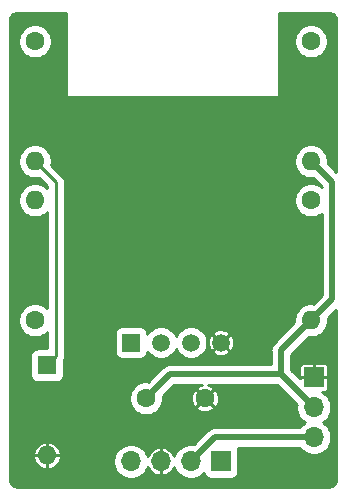
<source format=gbr>
%TF.GenerationSoftware,KiCad,Pcbnew,(5.1.7)-1*%
%TF.CreationDate,2020-10-29T12:11:27+01:00*%
%TF.ProjectId,wifi_temp_sensor,77696669-5f74-4656-9d70-5f73656e736f,rev?*%
%TF.SameCoordinates,Original*%
%TF.FileFunction,Copper,L1,Top*%
%TF.FilePolarity,Positive*%
%FSLAX46Y46*%
G04 Gerber Fmt 4.6, Leading zero omitted, Abs format (unit mm)*
G04 Created by KiCad (PCBNEW (5.1.7)-1) date 2020-10-29 12:11:27*
%MOMM*%
%LPD*%
G01*
G04 APERTURE LIST*
%TA.AperFunction,ComponentPad*%
%ADD10C,1.500000*%
%TD*%
%TA.AperFunction,ComponentPad*%
%ADD11R,1.500000X1.500000*%
%TD*%
%TA.AperFunction,ComponentPad*%
%ADD12C,1.600000*%
%TD*%
%TA.AperFunction,ComponentPad*%
%ADD13O,1.700000X1.700000*%
%TD*%
%TA.AperFunction,ComponentPad*%
%ADD14R,1.700000X1.700000*%
%TD*%
%TA.AperFunction,ComponentPad*%
%ADD15O,1.600000X1.600000*%
%TD*%
%TA.AperFunction,ComponentPad*%
%ADD16R,1.600000X1.600000*%
%TD*%
%TA.AperFunction,Conductor*%
%ADD17C,0.250000*%
%TD*%
%TA.AperFunction,Conductor*%
%ADD18C,0.500000*%
%TD*%
%TA.AperFunction,Conductor*%
%ADD19C,0.100000*%
%TD*%
G04 APERTURE END LIST*
D10*
%TO.P,SENS1,4*%
%TO.N,GND*%
X154696000Y-87222000D03*
%TO.P,SENS1,3*%
%TO.N,Net-(SENS1-Pad3)*%
X152156000Y-87222000D03*
%TO.P,SENS1,2*%
%TO.N,Net-(SENS1-Pad2)*%
X149616000Y-87222000D03*
D11*
%TO.P,SENS1,1*%
%TO.N,VCC*%
X147076000Y-87222000D03*
%TD*%
D12*
%TO.P,C1,2*%
%TO.N,GND*%
X153336000Y-91948000D03*
%TO.P,C1,1*%
%TO.N,+3V3*%
X148336000Y-91948000D03*
%TD*%
D13*
%TO.P,J1,4*%
%TO.N,TX*%
X147066000Y-97282000D03*
%TO.P,J1,3*%
%TO.N,GND*%
X149606000Y-97282000D03*
%TO.P,J1,2*%
%TO.N,VCC*%
X152146000Y-97282000D03*
D14*
%TO.P,J1,1*%
%TO.N,RX*%
X154686000Y-97282000D03*
%TD*%
D13*
%TO.P,U2,3*%
%TO.N,VCC*%
X162560000Y-95250000D03*
%TO.P,U2,2*%
%TO.N,+3V3*%
X162560000Y-92710000D03*
D14*
%TO.P,U2,1*%
%TO.N,GND*%
X162560000Y-90170000D03*
%TD*%
D15*
%TO.P,R4,2*%
%TO.N,Net-(R4-Pad2)*%
X138938000Y-75184000D03*
D12*
%TO.P,R4,1*%
%TO.N,+3V3*%
X138938000Y-85344000D03*
%TD*%
D15*
%TO.P,R3,2*%
%TO.N,Net-(BOOT1-Pad1)*%
X138938000Y-71882000D03*
D12*
%TO.P,R3,1*%
%TO.N,+3V3*%
X138938000Y-61722000D03*
%TD*%
D15*
%TO.P,R2,2*%
%TO.N,+3V3*%
X162306000Y-71882000D03*
D12*
%TO.P,R2,1*%
%TO.N,Net-(R2-Pad1)*%
X162306000Y-61722000D03*
%TD*%
D15*
%TO.P,R1,2*%
%TO.N,+3V3*%
X162306000Y-85344000D03*
D12*
%TO.P,R1,1*%
%TO.N,RST*%
X162306000Y-75184000D03*
%TD*%
D15*
%TO.P,BOOT,2*%
%TO.N,GND*%
X139954000Y-96774000D03*
D16*
%TO.P,BOOT,1*%
%TO.N,Net-(BOOT1-Pad1)*%
X139954000Y-89154000D03*
%TD*%
D17*
%TO.N,Net-(BOOT1-Pad1)*%
X139954000Y-89154000D02*
X140716000Y-88392000D01*
X140716000Y-73660000D02*
X138938000Y-71882000D01*
X140716000Y-88392000D02*
X140716000Y-73660000D01*
D18*
%TO.N,+3V3*%
X162306000Y-85344000D02*
X164084000Y-83566000D01*
X164084000Y-73660000D02*
X162306000Y-71882000D01*
X164084000Y-83566000D02*
X164084000Y-73660000D01*
X148336000Y-91948000D02*
X150368000Y-89916000D01*
X159766000Y-89916000D02*
X162560000Y-92710000D01*
X150368000Y-89916000D02*
X159766000Y-89916000D01*
X159766000Y-87884000D02*
X162306000Y-85344000D01*
X159766000Y-89916000D02*
X159766000Y-87884000D01*
%TO.N,VCC*%
X154178000Y-95250000D02*
X152146000Y-97282000D01*
X162560000Y-95250000D02*
X154178000Y-95250000D01*
%TD*%
D17*
%TO.N,GND*%
X141607000Y-66294000D02*
X141609402Y-66318386D01*
X141616515Y-66341835D01*
X141628066Y-66363446D01*
X141643612Y-66382388D01*
X141662554Y-66397934D01*
X141684165Y-66409485D01*
X141707614Y-66416598D01*
X141732000Y-66419000D01*
X159512000Y-66419000D01*
X159536386Y-66416598D01*
X159559835Y-66409485D01*
X159581446Y-66397934D01*
X159600388Y-66382388D01*
X159615934Y-66363446D01*
X159627485Y-66341835D01*
X159634598Y-66318386D01*
X159637000Y-66294000D01*
X159637000Y-61580862D01*
X160873000Y-61580862D01*
X160873000Y-61863138D01*
X160928069Y-62139991D01*
X161036092Y-62400780D01*
X161192916Y-62635484D01*
X161392516Y-62835084D01*
X161627220Y-62991908D01*
X161888009Y-63099931D01*
X162164862Y-63155000D01*
X162447138Y-63155000D01*
X162723991Y-63099931D01*
X162984780Y-62991908D01*
X163219484Y-62835084D01*
X163419084Y-62635484D01*
X163575908Y-62400780D01*
X163683931Y-62139991D01*
X163739000Y-61863138D01*
X163739000Y-61580862D01*
X163683931Y-61304009D01*
X163575908Y-61043220D01*
X163419084Y-60808516D01*
X163219484Y-60608916D01*
X162984780Y-60452092D01*
X162723991Y-60344069D01*
X162447138Y-60289000D01*
X162164862Y-60289000D01*
X161888009Y-60344069D01*
X161627220Y-60452092D01*
X161392516Y-60608916D01*
X161192916Y-60808516D01*
X161036092Y-61043220D01*
X160928069Y-61304009D01*
X160873000Y-61580862D01*
X159637000Y-61580862D01*
X159637000Y-59332000D01*
X163797814Y-59332000D01*
X163948260Y-59346751D01*
X164062013Y-59381096D01*
X164166932Y-59436882D01*
X164259012Y-59511981D01*
X164334756Y-59603540D01*
X164391271Y-59708062D01*
X164426409Y-59821574D01*
X164442000Y-59969917D01*
X164442000Y-72769250D01*
X163731847Y-72059098D01*
X163739000Y-72023138D01*
X163739000Y-71740862D01*
X163683931Y-71464009D01*
X163575908Y-71203220D01*
X163419084Y-70968516D01*
X163219484Y-70768916D01*
X162984780Y-70612092D01*
X162723991Y-70504069D01*
X162447138Y-70449000D01*
X162164862Y-70449000D01*
X161888009Y-70504069D01*
X161627220Y-70612092D01*
X161392516Y-70768916D01*
X161192916Y-70968516D01*
X161036092Y-71203220D01*
X160928069Y-71464009D01*
X160873000Y-71740862D01*
X160873000Y-72023138D01*
X160928069Y-72299991D01*
X161036092Y-72560780D01*
X161192916Y-72795484D01*
X161392516Y-72995084D01*
X161627220Y-73151908D01*
X161888009Y-73259931D01*
X162164862Y-73315000D01*
X162447138Y-73315000D01*
X162483098Y-73307847D01*
X163201001Y-74025751D01*
X163201001Y-74058566D01*
X162984780Y-73914092D01*
X162723991Y-73806069D01*
X162447138Y-73751000D01*
X162164862Y-73751000D01*
X161888009Y-73806069D01*
X161627220Y-73914092D01*
X161392516Y-74070916D01*
X161192916Y-74270516D01*
X161036092Y-74505220D01*
X160928069Y-74766009D01*
X160873000Y-75042862D01*
X160873000Y-75325138D01*
X160928069Y-75601991D01*
X161036092Y-75862780D01*
X161192916Y-76097484D01*
X161392516Y-76297084D01*
X161627220Y-76453908D01*
X161888009Y-76561931D01*
X162164862Y-76617000D01*
X162447138Y-76617000D01*
X162723991Y-76561931D01*
X162984780Y-76453908D01*
X163201001Y-76309434D01*
X163201000Y-83200250D01*
X162483098Y-83918153D01*
X162447138Y-83911000D01*
X162164862Y-83911000D01*
X161888009Y-83966069D01*
X161627220Y-84074092D01*
X161392516Y-84230916D01*
X161192916Y-84430516D01*
X161036092Y-84665220D01*
X160928069Y-84926009D01*
X160873000Y-85202862D01*
X160873000Y-85485138D01*
X160880153Y-85521097D01*
X159172299Y-87228952D01*
X159138605Y-87256604D01*
X159028261Y-87391058D01*
X158946269Y-87544456D01*
X158895777Y-87710902D01*
X158878729Y-87884000D01*
X158883001Y-87927376D01*
X158883000Y-89033000D01*
X150411366Y-89033000D01*
X150368000Y-89028729D01*
X150324634Y-89033000D01*
X150324627Y-89033000D01*
X150211391Y-89044153D01*
X150194901Y-89045777D01*
X150144410Y-89061094D01*
X150028456Y-89096268D01*
X149875058Y-89178260D01*
X149740604Y-89288604D01*
X149712952Y-89322299D01*
X148513098Y-90522153D01*
X148477138Y-90515000D01*
X148194862Y-90515000D01*
X147918009Y-90570069D01*
X147657220Y-90678092D01*
X147422516Y-90834916D01*
X147222916Y-91034516D01*
X147066092Y-91269220D01*
X146958069Y-91530009D01*
X146903000Y-91806862D01*
X146903000Y-92089138D01*
X146958069Y-92365991D01*
X147066092Y-92626780D01*
X147222916Y-92861484D01*
X147422516Y-93061084D01*
X147657220Y-93217908D01*
X147918009Y-93325931D01*
X148194862Y-93381000D01*
X148477138Y-93381000D01*
X148753991Y-93325931D01*
X149014780Y-93217908D01*
X149249484Y-93061084D01*
X149449084Y-92861484D01*
X149543535Y-92720127D01*
X152566701Y-92720127D01*
X152641268Y-92907620D01*
X152841829Y-93024716D01*
X153061381Y-93100436D01*
X153291487Y-93131867D01*
X153523303Y-93117804D01*
X153747921Y-93058786D01*
X153956709Y-92957080D01*
X154030732Y-92907620D01*
X154105299Y-92720127D01*
X153336000Y-91950828D01*
X152566701Y-92720127D01*
X149543535Y-92720127D01*
X149605908Y-92626780D01*
X149713931Y-92365991D01*
X149769000Y-92089138D01*
X149769000Y-91903487D01*
X152152133Y-91903487D01*
X152166196Y-92135303D01*
X152225214Y-92359921D01*
X152326920Y-92568709D01*
X152376380Y-92642732D01*
X152563873Y-92717299D01*
X153333172Y-91948000D01*
X153338828Y-91948000D01*
X154108127Y-92717299D01*
X154295620Y-92642732D01*
X154412716Y-92442171D01*
X154488436Y-92222619D01*
X154519867Y-91992513D01*
X154505804Y-91760697D01*
X154446786Y-91536079D01*
X154345080Y-91327291D01*
X154295620Y-91253268D01*
X154108127Y-91178701D01*
X153338828Y-91948000D01*
X153333172Y-91948000D01*
X152563873Y-91178701D01*
X152376380Y-91253268D01*
X152259284Y-91453829D01*
X152183564Y-91673381D01*
X152152133Y-91903487D01*
X149769000Y-91903487D01*
X149769000Y-91806862D01*
X149761847Y-91770902D01*
X150733750Y-90799000D01*
X153069519Y-90799000D01*
X152924079Y-90837214D01*
X152715291Y-90938920D01*
X152641268Y-90988380D01*
X152566701Y-91175873D01*
X153336000Y-91945172D01*
X154105299Y-91175873D01*
X154030732Y-90988380D01*
X153830171Y-90871284D01*
X153620582Y-90799000D01*
X159400251Y-90799000D01*
X161091631Y-92490381D01*
X161077000Y-92563937D01*
X161077000Y-92856063D01*
X161133990Y-93142575D01*
X161245782Y-93412464D01*
X161408078Y-93655358D01*
X161614642Y-93861922D01*
X161791359Y-93980000D01*
X161614642Y-94098078D01*
X161408078Y-94304642D01*
X161366412Y-94367000D01*
X154221366Y-94367000D01*
X154178000Y-94362729D01*
X154134634Y-94367000D01*
X154134627Y-94367000D01*
X154021391Y-94378153D01*
X154004901Y-94379777D01*
X153954410Y-94395094D01*
X153838456Y-94430268D01*
X153685058Y-94512260D01*
X153550604Y-94622604D01*
X153522952Y-94656299D01*
X152365619Y-95813631D01*
X152292063Y-95799000D01*
X151999937Y-95799000D01*
X151713425Y-95855990D01*
X151443536Y-95967782D01*
X151200642Y-96130078D01*
X150994078Y-96336642D01*
X150831782Y-96579536D01*
X150736426Y-96809746D01*
X150652848Y-96638145D01*
X150507123Y-96446287D01*
X150326769Y-96286545D01*
X150118716Y-96165057D01*
X149890960Y-96086493D01*
X149800233Y-96068446D01*
X149608000Y-96147752D01*
X149608000Y-97280000D01*
X149628000Y-97280000D01*
X149628000Y-97284000D01*
X149608000Y-97284000D01*
X149608000Y-98416248D01*
X149800233Y-98495554D01*
X149890960Y-98477507D01*
X150118716Y-98398943D01*
X150326769Y-98277455D01*
X150507123Y-98117713D01*
X150652848Y-97925855D01*
X150736426Y-97754254D01*
X150831782Y-97984464D01*
X150994078Y-98227358D01*
X151200642Y-98433922D01*
X151443536Y-98596218D01*
X151713425Y-98708010D01*
X151999937Y-98765000D01*
X152292063Y-98765000D01*
X152578575Y-98708010D01*
X152848464Y-98596218D01*
X153091358Y-98433922D01*
X153225433Y-98299847D01*
X153248355Y-98375410D01*
X153307134Y-98485377D01*
X153386236Y-98581764D01*
X153482623Y-98660866D01*
X153592590Y-98719645D01*
X153711910Y-98755840D01*
X153836000Y-98768062D01*
X155536000Y-98768062D01*
X155660090Y-98755840D01*
X155779410Y-98719645D01*
X155889377Y-98660866D01*
X155985764Y-98581764D01*
X156064866Y-98485377D01*
X156123645Y-98375410D01*
X156159840Y-98256090D01*
X156172062Y-98132000D01*
X156172062Y-96432000D01*
X156159840Y-96307910D01*
X156123645Y-96188590D01*
X156093931Y-96133000D01*
X161366412Y-96133000D01*
X161408078Y-96195358D01*
X161614642Y-96401922D01*
X161857536Y-96564218D01*
X162127425Y-96676010D01*
X162413937Y-96733000D01*
X162706063Y-96733000D01*
X162992575Y-96676010D01*
X163262464Y-96564218D01*
X163505358Y-96401922D01*
X163711922Y-96195358D01*
X163874218Y-95952464D01*
X163986010Y-95682575D01*
X164043000Y-95396063D01*
X164043000Y-95103937D01*
X163986010Y-94817425D01*
X163874218Y-94547536D01*
X163711922Y-94304642D01*
X163505358Y-94098078D01*
X163328641Y-93980000D01*
X163505358Y-93861922D01*
X163711922Y-93655358D01*
X163874218Y-93412464D01*
X163986010Y-93142575D01*
X164043000Y-92856063D01*
X164043000Y-92563937D01*
X163986010Y-92277425D01*
X163874218Y-92007536D01*
X163711922Y-91764642D01*
X163505358Y-91558078D01*
X163269513Y-91400492D01*
X163410000Y-91400834D01*
X163484297Y-91393516D01*
X163555739Y-91371845D01*
X163621580Y-91336652D01*
X163679290Y-91289290D01*
X163726652Y-91231580D01*
X163761845Y-91165739D01*
X163783516Y-91094297D01*
X163790834Y-91020000D01*
X163789000Y-90266750D01*
X163694250Y-90172000D01*
X162562000Y-90172000D01*
X162562000Y-90192000D01*
X162558000Y-90192000D01*
X162558000Y-90172000D01*
X161425750Y-90172000D01*
X161348250Y-90249500D01*
X160649000Y-89550251D01*
X160649000Y-89320000D01*
X161329166Y-89320000D01*
X161331000Y-90073250D01*
X161425750Y-90168000D01*
X162558000Y-90168000D01*
X162558000Y-89035750D01*
X162562000Y-89035750D01*
X162562000Y-90168000D01*
X163694250Y-90168000D01*
X163789000Y-90073250D01*
X163790834Y-89320000D01*
X163783516Y-89245703D01*
X163761845Y-89174261D01*
X163726652Y-89108420D01*
X163679290Y-89050710D01*
X163621580Y-89003348D01*
X163555739Y-88968155D01*
X163484297Y-88946484D01*
X163410000Y-88939166D01*
X162656750Y-88941000D01*
X162562000Y-89035750D01*
X162558000Y-89035750D01*
X162463250Y-88941000D01*
X161710000Y-88939166D01*
X161635703Y-88946484D01*
X161564261Y-88968155D01*
X161498420Y-89003348D01*
X161440710Y-89050710D01*
X161393348Y-89108420D01*
X161358155Y-89174261D01*
X161336484Y-89245703D01*
X161329166Y-89320000D01*
X160649000Y-89320000D01*
X160649000Y-88249749D01*
X162128903Y-86769847D01*
X162164862Y-86777000D01*
X162447138Y-86777000D01*
X162723991Y-86721931D01*
X162984780Y-86613908D01*
X163219484Y-86457084D01*
X163419084Y-86257484D01*
X163575908Y-86022780D01*
X163683931Y-85761991D01*
X163739000Y-85485138D01*
X163739000Y-85202862D01*
X163731847Y-85166902D01*
X164442001Y-84456749D01*
X164442001Y-98773804D01*
X164427249Y-98924259D01*
X164392904Y-99038014D01*
X164337120Y-99142929D01*
X164262020Y-99235011D01*
X164170460Y-99310756D01*
X164065938Y-99367271D01*
X163952426Y-99402409D01*
X163804083Y-99418000D01*
X137446186Y-99418000D01*
X137295741Y-99403249D01*
X137181986Y-99368904D01*
X137077071Y-99313120D01*
X136984989Y-99238020D01*
X136909244Y-99146460D01*
X136852729Y-99041938D01*
X136817591Y-98928426D01*
X136802000Y-98780083D01*
X136802000Y-96960411D01*
X138789830Y-96960411D01*
X138848566Y-97183947D01*
X138949783Y-97391729D01*
X139089592Y-97575773D01*
X139262620Y-97729005D01*
X139462217Y-97845536D01*
X139680713Y-97920889D01*
X139767589Y-97938170D01*
X139952000Y-97858248D01*
X139952000Y-96776000D01*
X139956000Y-96776000D01*
X139956000Y-97858248D01*
X140140411Y-97938170D01*
X140227287Y-97920889D01*
X140445783Y-97845536D01*
X140645380Y-97729005D01*
X140818408Y-97575773D01*
X140958217Y-97391729D01*
X141059434Y-97183947D01*
X141072049Y-97135937D01*
X145583000Y-97135937D01*
X145583000Y-97428063D01*
X145639990Y-97714575D01*
X145751782Y-97984464D01*
X145914078Y-98227358D01*
X146120642Y-98433922D01*
X146363536Y-98596218D01*
X146633425Y-98708010D01*
X146919937Y-98765000D01*
X147212063Y-98765000D01*
X147498575Y-98708010D01*
X147768464Y-98596218D01*
X148011358Y-98433922D01*
X148217922Y-98227358D01*
X148380218Y-97984464D01*
X148475574Y-97754254D01*
X148559152Y-97925855D01*
X148704877Y-98117713D01*
X148885231Y-98277455D01*
X149093284Y-98398943D01*
X149321040Y-98477507D01*
X149411767Y-98495554D01*
X149604000Y-98416248D01*
X149604000Y-97284000D01*
X149584000Y-97284000D01*
X149584000Y-97280000D01*
X149604000Y-97280000D01*
X149604000Y-96147752D01*
X149411767Y-96068446D01*
X149321040Y-96086493D01*
X149093284Y-96165057D01*
X148885231Y-96286545D01*
X148704877Y-96446287D01*
X148559152Y-96638145D01*
X148475574Y-96809746D01*
X148380218Y-96579536D01*
X148217922Y-96336642D01*
X148011358Y-96130078D01*
X147768464Y-95967782D01*
X147498575Y-95855990D01*
X147212063Y-95799000D01*
X146919937Y-95799000D01*
X146633425Y-95855990D01*
X146363536Y-95967782D01*
X146120642Y-96130078D01*
X145914078Y-96336642D01*
X145751782Y-96579536D01*
X145639990Y-96849425D01*
X145583000Y-97135937D01*
X141072049Y-97135937D01*
X141118170Y-96960411D01*
X141038248Y-96776000D01*
X139956000Y-96776000D01*
X139952000Y-96776000D01*
X138869752Y-96776000D01*
X138789830Y-96960411D01*
X136802000Y-96960411D01*
X136802000Y-96587589D01*
X138789830Y-96587589D01*
X138869752Y-96772000D01*
X139952000Y-96772000D01*
X139952000Y-95689752D01*
X139956000Y-95689752D01*
X139956000Y-96772000D01*
X141038248Y-96772000D01*
X141118170Y-96587589D01*
X141059434Y-96364053D01*
X140958217Y-96156271D01*
X140818408Y-95972227D01*
X140645380Y-95818995D01*
X140445783Y-95702464D01*
X140227287Y-95627111D01*
X140140411Y-95609830D01*
X139956000Y-95689752D01*
X139952000Y-95689752D01*
X139767589Y-95609830D01*
X139680713Y-95627111D01*
X139462217Y-95702464D01*
X139262620Y-95818995D01*
X139089592Y-95972227D01*
X138949783Y-96156271D01*
X138848566Y-96364053D01*
X138789830Y-96587589D01*
X136802000Y-96587589D01*
X136802000Y-71740862D01*
X137505000Y-71740862D01*
X137505000Y-72023138D01*
X137560069Y-72299991D01*
X137668092Y-72560780D01*
X137824916Y-72795484D01*
X138024516Y-72995084D01*
X138259220Y-73151908D01*
X138520009Y-73259931D01*
X138796862Y-73315000D01*
X139079138Y-73315000D01*
X139262545Y-73278518D01*
X139958001Y-73973975D01*
X139958001Y-74177433D01*
X139851484Y-74070916D01*
X139616780Y-73914092D01*
X139355991Y-73806069D01*
X139079138Y-73751000D01*
X138796862Y-73751000D01*
X138520009Y-73806069D01*
X138259220Y-73914092D01*
X138024516Y-74070916D01*
X137824916Y-74270516D01*
X137668092Y-74505220D01*
X137560069Y-74766009D01*
X137505000Y-75042862D01*
X137505000Y-75325138D01*
X137560069Y-75601991D01*
X137668092Y-75862780D01*
X137824916Y-76097484D01*
X138024516Y-76297084D01*
X138259220Y-76453908D01*
X138520009Y-76561931D01*
X138796862Y-76617000D01*
X139079138Y-76617000D01*
X139355991Y-76561931D01*
X139616780Y-76453908D01*
X139851484Y-76297084D01*
X139958001Y-76190567D01*
X139958000Y-84337432D01*
X139851484Y-84230916D01*
X139616780Y-84074092D01*
X139355991Y-83966069D01*
X139079138Y-83911000D01*
X138796862Y-83911000D01*
X138520009Y-83966069D01*
X138259220Y-84074092D01*
X138024516Y-84230916D01*
X137824916Y-84430516D01*
X137668092Y-84665220D01*
X137560069Y-84926009D01*
X137505000Y-85202862D01*
X137505000Y-85485138D01*
X137560069Y-85761991D01*
X137668092Y-86022780D01*
X137824916Y-86257484D01*
X138024516Y-86457084D01*
X138259220Y-86613908D01*
X138520009Y-86721931D01*
X138796862Y-86777000D01*
X139079138Y-86777000D01*
X139355991Y-86721931D01*
X139616780Y-86613908D01*
X139851484Y-86457084D01*
X139958000Y-86350568D01*
X139958000Y-87717938D01*
X139154000Y-87717938D01*
X139029910Y-87730160D01*
X138910590Y-87766355D01*
X138800623Y-87825134D01*
X138704236Y-87904236D01*
X138625134Y-88000623D01*
X138566355Y-88110590D01*
X138530160Y-88229910D01*
X138517938Y-88354000D01*
X138517938Y-89954000D01*
X138530160Y-90078090D01*
X138566355Y-90197410D01*
X138625134Y-90307377D01*
X138704236Y-90403764D01*
X138800623Y-90482866D01*
X138910590Y-90541645D01*
X139029910Y-90577840D01*
X139154000Y-90590062D01*
X140754000Y-90590062D01*
X140878090Y-90577840D01*
X140997410Y-90541645D01*
X141107377Y-90482866D01*
X141203764Y-90403764D01*
X141282866Y-90307377D01*
X141341645Y-90197410D01*
X141377840Y-90078090D01*
X141390062Y-89954000D01*
X141390062Y-88738905D01*
X141419689Y-88683477D01*
X141463032Y-88540594D01*
X141474000Y-88429232D01*
X141474000Y-88429231D01*
X141477667Y-88392000D01*
X141474000Y-88354768D01*
X141474000Y-86472000D01*
X145689938Y-86472000D01*
X145689938Y-87972000D01*
X145702160Y-88096090D01*
X145738355Y-88215410D01*
X145797134Y-88325377D01*
X145876236Y-88421764D01*
X145972623Y-88500866D01*
X146082590Y-88559645D01*
X146201910Y-88595840D01*
X146326000Y-88608062D01*
X147826000Y-88608062D01*
X147950090Y-88595840D01*
X148069410Y-88559645D01*
X148179377Y-88500866D01*
X148275764Y-88421764D01*
X148354866Y-88325377D01*
X148413645Y-88215410D01*
X148449840Y-88096090D01*
X148461002Y-87982758D01*
X148541754Y-88103611D01*
X148734389Y-88296246D01*
X148960904Y-88447599D01*
X149212594Y-88551852D01*
X149479786Y-88605000D01*
X149752214Y-88605000D01*
X150019406Y-88551852D01*
X150271096Y-88447599D01*
X150497611Y-88296246D01*
X150690246Y-88103611D01*
X150841599Y-87877096D01*
X150886000Y-87769902D01*
X150930401Y-87877096D01*
X151081754Y-88103611D01*
X151274389Y-88296246D01*
X151500904Y-88447599D01*
X151752594Y-88551852D01*
X152019786Y-88605000D01*
X152292214Y-88605000D01*
X152559406Y-88551852D01*
X152811096Y-88447599D01*
X153037611Y-88296246D01*
X153230246Y-88103611D01*
X153327138Y-87958601D01*
X153962228Y-87958601D01*
X154030798Y-88140974D01*
X154222864Y-88253090D01*
X154433110Y-88325583D01*
X154653460Y-88355665D01*
X154875444Y-88342182D01*
X155090533Y-88285650D01*
X155290460Y-88188242D01*
X155361202Y-88140974D01*
X155429772Y-87958601D01*
X154696000Y-87224828D01*
X153962228Y-87958601D01*
X153327138Y-87958601D01*
X153381599Y-87877096D01*
X153485852Y-87625406D01*
X153539000Y-87358214D01*
X153539000Y-87179460D01*
X153562335Y-87179460D01*
X153575818Y-87401444D01*
X153632350Y-87616533D01*
X153729758Y-87816460D01*
X153777026Y-87887202D01*
X153959399Y-87955772D01*
X154693172Y-87222000D01*
X154698828Y-87222000D01*
X155432601Y-87955772D01*
X155614974Y-87887202D01*
X155727090Y-87695136D01*
X155799583Y-87484890D01*
X155829665Y-87264540D01*
X155816182Y-87042556D01*
X155759650Y-86827467D01*
X155662242Y-86627540D01*
X155614974Y-86556798D01*
X155432601Y-86488228D01*
X154698828Y-87222000D01*
X154693172Y-87222000D01*
X153959399Y-86488228D01*
X153777026Y-86556798D01*
X153664910Y-86748864D01*
X153592417Y-86959110D01*
X153562335Y-87179460D01*
X153539000Y-87179460D01*
X153539000Y-87085786D01*
X153485852Y-86818594D01*
X153381599Y-86566904D01*
X153327139Y-86485399D01*
X153962228Y-86485399D01*
X154696000Y-87219172D01*
X155429772Y-86485399D01*
X155361202Y-86303026D01*
X155169136Y-86190910D01*
X154958890Y-86118417D01*
X154738540Y-86088335D01*
X154516556Y-86101818D01*
X154301467Y-86158350D01*
X154101540Y-86255758D01*
X154030798Y-86303026D01*
X153962228Y-86485399D01*
X153327139Y-86485399D01*
X153230246Y-86340389D01*
X153037611Y-86147754D01*
X152811096Y-85996401D01*
X152559406Y-85892148D01*
X152292214Y-85839000D01*
X152019786Y-85839000D01*
X151752594Y-85892148D01*
X151500904Y-85996401D01*
X151274389Y-86147754D01*
X151081754Y-86340389D01*
X150930401Y-86566904D01*
X150886000Y-86674098D01*
X150841599Y-86566904D01*
X150690246Y-86340389D01*
X150497611Y-86147754D01*
X150271096Y-85996401D01*
X150019406Y-85892148D01*
X149752214Y-85839000D01*
X149479786Y-85839000D01*
X149212594Y-85892148D01*
X148960904Y-85996401D01*
X148734389Y-86147754D01*
X148541754Y-86340389D01*
X148461002Y-86461242D01*
X148449840Y-86347910D01*
X148413645Y-86228590D01*
X148354866Y-86118623D01*
X148275764Y-86022236D01*
X148179377Y-85943134D01*
X148069410Y-85884355D01*
X147950090Y-85848160D01*
X147826000Y-85835938D01*
X146326000Y-85835938D01*
X146201910Y-85848160D01*
X146082590Y-85884355D01*
X145972623Y-85943134D01*
X145876236Y-86022236D01*
X145797134Y-86118623D01*
X145738355Y-86228590D01*
X145702160Y-86347910D01*
X145689938Y-86472000D01*
X141474000Y-86472000D01*
X141474000Y-73697232D01*
X141477667Y-73660000D01*
X141463032Y-73511406D01*
X141455599Y-73486902D01*
X141419689Y-73368523D01*
X141349303Y-73236840D01*
X141254580Y-73121420D01*
X141225659Y-73097685D01*
X140334518Y-72206545D01*
X140371000Y-72023138D01*
X140371000Y-71740862D01*
X140315931Y-71464009D01*
X140207908Y-71203220D01*
X140051084Y-70968516D01*
X139851484Y-70768916D01*
X139616780Y-70612092D01*
X139355991Y-70504069D01*
X139079138Y-70449000D01*
X138796862Y-70449000D01*
X138520009Y-70504069D01*
X138259220Y-70612092D01*
X138024516Y-70768916D01*
X137824916Y-70968516D01*
X137668092Y-71203220D01*
X137560069Y-71464009D01*
X137505000Y-71740862D01*
X136802000Y-71740862D01*
X136802000Y-61580862D01*
X137505000Y-61580862D01*
X137505000Y-61863138D01*
X137560069Y-62139991D01*
X137668092Y-62400780D01*
X137824916Y-62635484D01*
X138024516Y-62835084D01*
X138259220Y-62991908D01*
X138520009Y-63099931D01*
X138796862Y-63155000D01*
X139079138Y-63155000D01*
X139355991Y-63099931D01*
X139616780Y-62991908D01*
X139851484Y-62835084D01*
X140051084Y-62635484D01*
X140207908Y-62400780D01*
X140315931Y-62139991D01*
X140371000Y-61863138D01*
X140371000Y-61580862D01*
X140315931Y-61304009D01*
X140207908Y-61043220D01*
X140051084Y-60808516D01*
X139851484Y-60608916D01*
X139616780Y-60452092D01*
X139355991Y-60344069D01*
X139079138Y-60289000D01*
X138796862Y-60289000D01*
X138520009Y-60344069D01*
X138259220Y-60452092D01*
X138024516Y-60608916D01*
X137824916Y-60808516D01*
X137668092Y-61043220D01*
X137560069Y-61304009D01*
X137505000Y-61580862D01*
X136802000Y-61580862D01*
X136802000Y-59976186D01*
X136816751Y-59825740D01*
X136851096Y-59711987D01*
X136906882Y-59607068D01*
X136981981Y-59514988D01*
X137073540Y-59439244D01*
X137178062Y-59382729D01*
X137291574Y-59347591D01*
X137439917Y-59332000D01*
X141607000Y-59332000D01*
X141607000Y-66294000D01*
%TA.AperFunction,Conductor*%
D19*
G36*
X141607000Y-66294000D02*
G01*
X141609402Y-66318386D01*
X141616515Y-66341835D01*
X141628066Y-66363446D01*
X141643612Y-66382388D01*
X141662554Y-66397934D01*
X141684165Y-66409485D01*
X141707614Y-66416598D01*
X141732000Y-66419000D01*
X159512000Y-66419000D01*
X159536386Y-66416598D01*
X159559835Y-66409485D01*
X159581446Y-66397934D01*
X159600388Y-66382388D01*
X159615934Y-66363446D01*
X159627485Y-66341835D01*
X159634598Y-66318386D01*
X159637000Y-66294000D01*
X159637000Y-61580862D01*
X160873000Y-61580862D01*
X160873000Y-61863138D01*
X160928069Y-62139991D01*
X161036092Y-62400780D01*
X161192916Y-62635484D01*
X161392516Y-62835084D01*
X161627220Y-62991908D01*
X161888009Y-63099931D01*
X162164862Y-63155000D01*
X162447138Y-63155000D01*
X162723991Y-63099931D01*
X162984780Y-62991908D01*
X163219484Y-62835084D01*
X163419084Y-62635484D01*
X163575908Y-62400780D01*
X163683931Y-62139991D01*
X163739000Y-61863138D01*
X163739000Y-61580862D01*
X163683931Y-61304009D01*
X163575908Y-61043220D01*
X163419084Y-60808516D01*
X163219484Y-60608916D01*
X162984780Y-60452092D01*
X162723991Y-60344069D01*
X162447138Y-60289000D01*
X162164862Y-60289000D01*
X161888009Y-60344069D01*
X161627220Y-60452092D01*
X161392516Y-60608916D01*
X161192916Y-60808516D01*
X161036092Y-61043220D01*
X160928069Y-61304009D01*
X160873000Y-61580862D01*
X159637000Y-61580862D01*
X159637000Y-59332000D01*
X163797814Y-59332000D01*
X163948260Y-59346751D01*
X164062013Y-59381096D01*
X164166932Y-59436882D01*
X164259012Y-59511981D01*
X164334756Y-59603540D01*
X164391271Y-59708062D01*
X164426409Y-59821574D01*
X164442000Y-59969917D01*
X164442000Y-72769250D01*
X163731847Y-72059098D01*
X163739000Y-72023138D01*
X163739000Y-71740862D01*
X163683931Y-71464009D01*
X163575908Y-71203220D01*
X163419084Y-70968516D01*
X163219484Y-70768916D01*
X162984780Y-70612092D01*
X162723991Y-70504069D01*
X162447138Y-70449000D01*
X162164862Y-70449000D01*
X161888009Y-70504069D01*
X161627220Y-70612092D01*
X161392516Y-70768916D01*
X161192916Y-70968516D01*
X161036092Y-71203220D01*
X160928069Y-71464009D01*
X160873000Y-71740862D01*
X160873000Y-72023138D01*
X160928069Y-72299991D01*
X161036092Y-72560780D01*
X161192916Y-72795484D01*
X161392516Y-72995084D01*
X161627220Y-73151908D01*
X161888009Y-73259931D01*
X162164862Y-73315000D01*
X162447138Y-73315000D01*
X162483098Y-73307847D01*
X163201001Y-74025751D01*
X163201001Y-74058566D01*
X162984780Y-73914092D01*
X162723991Y-73806069D01*
X162447138Y-73751000D01*
X162164862Y-73751000D01*
X161888009Y-73806069D01*
X161627220Y-73914092D01*
X161392516Y-74070916D01*
X161192916Y-74270516D01*
X161036092Y-74505220D01*
X160928069Y-74766009D01*
X160873000Y-75042862D01*
X160873000Y-75325138D01*
X160928069Y-75601991D01*
X161036092Y-75862780D01*
X161192916Y-76097484D01*
X161392516Y-76297084D01*
X161627220Y-76453908D01*
X161888009Y-76561931D01*
X162164862Y-76617000D01*
X162447138Y-76617000D01*
X162723991Y-76561931D01*
X162984780Y-76453908D01*
X163201001Y-76309434D01*
X163201000Y-83200250D01*
X162483098Y-83918153D01*
X162447138Y-83911000D01*
X162164862Y-83911000D01*
X161888009Y-83966069D01*
X161627220Y-84074092D01*
X161392516Y-84230916D01*
X161192916Y-84430516D01*
X161036092Y-84665220D01*
X160928069Y-84926009D01*
X160873000Y-85202862D01*
X160873000Y-85485138D01*
X160880153Y-85521097D01*
X159172299Y-87228952D01*
X159138605Y-87256604D01*
X159028261Y-87391058D01*
X158946269Y-87544456D01*
X158895777Y-87710902D01*
X158878729Y-87884000D01*
X158883001Y-87927376D01*
X158883000Y-89033000D01*
X150411366Y-89033000D01*
X150368000Y-89028729D01*
X150324634Y-89033000D01*
X150324627Y-89033000D01*
X150211391Y-89044153D01*
X150194901Y-89045777D01*
X150144410Y-89061094D01*
X150028456Y-89096268D01*
X149875058Y-89178260D01*
X149740604Y-89288604D01*
X149712952Y-89322299D01*
X148513098Y-90522153D01*
X148477138Y-90515000D01*
X148194862Y-90515000D01*
X147918009Y-90570069D01*
X147657220Y-90678092D01*
X147422516Y-90834916D01*
X147222916Y-91034516D01*
X147066092Y-91269220D01*
X146958069Y-91530009D01*
X146903000Y-91806862D01*
X146903000Y-92089138D01*
X146958069Y-92365991D01*
X147066092Y-92626780D01*
X147222916Y-92861484D01*
X147422516Y-93061084D01*
X147657220Y-93217908D01*
X147918009Y-93325931D01*
X148194862Y-93381000D01*
X148477138Y-93381000D01*
X148753991Y-93325931D01*
X149014780Y-93217908D01*
X149249484Y-93061084D01*
X149449084Y-92861484D01*
X149543535Y-92720127D01*
X152566701Y-92720127D01*
X152641268Y-92907620D01*
X152841829Y-93024716D01*
X153061381Y-93100436D01*
X153291487Y-93131867D01*
X153523303Y-93117804D01*
X153747921Y-93058786D01*
X153956709Y-92957080D01*
X154030732Y-92907620D01*
X154105299Y-92720127D01*
X153336000Y-91950828D01*
X152566701Y-92720127D01*
X149543535Y-92720127D01*
X149605908Y-92626780D01*
X149713931Y-92365991D01*
X149769000Y-92089138D01*
X149769000Y-91903487D01*
X152152133Y-91903487D01*
X152166196Y-92135303D01*
X152225214Y-92359921D01*
X152326920Y-92568709D01*
X152376380Y-92642732D01*
X152563873Y-92717299D01*
X153333172Y-91948000D01*
X153338828Y-91948000D01*
X154108127Y-92717299D01*
X154295620Y-92642732D01*
X154412716Y-92442171D01*
X154488436Y-92222619D01*
X154519867Y-91992513D01*
X154505804Y-91760697D01*
X154446786Y-91536079D01*
X154345080Y-91327291D01*
X154295620Y-91253268D01*
X154108127Y-91178701D01*
X153338828Y-91948000D01*
X153333172Y-91948000D01*
X152563873Y-91178701D01*
X152376380Y-91253268D01*
X152259284Y-91453829D01*
X152183564Y-91673381D01*
X152152133Y-91903487D01*
X149769000Y-91903487D01*
X149769000Y-91806862D01*
X149761847Y-91770902D01*
X150733750Y-90799000D01*
X153069519Y-90799000D01*
X152924079Y-90837214D01*
X152715291Y-90938920D01*
X152641268Y-90988380D01*
X152566701Y-91175873D01*
X153336000Y-91945172D01*
X154105299Y-91175873D01*
X154030732Y-90988380D01*
X153830171Y-90871284D01*
X153620582Y-90799000D01*
X159400251Y-90799000D01*
X161091631Y-92490381D01*
X161077000Y-92563937D01*
X161077000Y-92856063D01*
X161133990Y-93142575D01*
X161245782Y-93412464D01*
X161408078Y-93655358D01*
X161614642Y-93861922D01*
X161791359Y-93980000D01*
X161614642Y-94098078D01*
X161408078Y-94304642D01*
X161366412Y-94367000D01*
X154221366Y-94367000D01*
X154178000Y-94362729D01*
X154134634Y-94367000D01*
X154134627Y-94367000D01*
X154021391Y-94378153D01*
X154004901Y-94379777D01*
X153954410Y-94395094D01*
X153838456Y-94430268D01*
X153685058Y-94512260D01*
X153550604Y-94622604D01*
X153522952Y-94656299D01*
X152365619Y-95813631D01*
X152292063Y-95799000D01*
X151999937Y-95799000D01*
X151713425Y-95855990D01*
X151443536Y-95967782D01*
X151200642Y-96130078D01*
X150994078Y-96336642D01*
X150831782Y-96579536D01*
X150736426Y-96809746D01*
X150652848Y-96638145D01*
X150507123Y-96446287D01*
X150326769Y-96286545D01*
X150118716Y-96165057D01*
X149890960Y-96086493D01*
X149800233Y-96068446D01*
X149608000Y-96147752D01*
X149608000Y-97280000D01*
X149628000Y-97280000D01*
X149628000Y-97284000D01*
X149608000Y-97284000D01*
X149608000Y-98416248D01*
X149800233Y-98495554D01*
X149890960Y-98477507D01*
X150118716Y-98398943D01*
X150326769Y-98277455D01*
X150507123Y-98117713D01*
X150652848Y-97925855D01*
X150736426Y-97754254D01*
X150831782Y-97984464D01*
X150994078Y-98227358D01*
X151200642Y-98433922D01*
X151443536Y-98596218D01*
X151713425Y-98708010D01*
X151999937Y-98765000D01*
X152292063Y-98765000D01*
X152578575Y-98708010D01*
X152848464Y-98596218D01*
X153091358Y-98433922D01*
X153225433Y-98299847D01*
X153248355Y-98375410D01*
X153307134Y-98485377D01*
X153386236Y-98581764D01*
X153482623Y-98660866D01*
X153592590Y-98719645D01*
X153711910Y-98755840D01*
X153836000Y-98768062D01*
X155536000Y-98768062D01*
X155660090Y-98755840D01*
X155779410Y-98719645D01*
X155889377Y-98660866D01*
X155985764Y-98581764D01*
X156064866Y-98485377D01*
X156123645Y-98375410D01*
X156159840Y-98256090D01*
X156172062Y-98132000D01*
X156172062Y-96432000D01*
X156159840Y-96307910D01*
X156123645Y-96188590D01*
X156093931Y-96133000D01*
X161366412Y-96133000D01*
X161408078Y-96195358D01*
X161614642Y-96401922D01*
X161857536Y-96564218D01*
X162127425Y-96676010D01*
X162413937Y-96733000D01*
X162706063Y-96733000D01*
X162992575Y-96676010D01*
X163262464Y-96564218D01*
X163505358Y-96401922D01*
X163711922Y-96195358D01*
X163874218Y-95952464D01*
X163986010Y-95682575D01*
X164043000Y-95396063D01*
X164043000Y-95103937D01*
X163986010Y-94817425D01*
X163874218Y-94547536D01*
X163711922Y-94304642D01*
X163505358Y-94098078D01*
X163328641Y-93980000D01*
X163505358Y-93861922D01*
X163711922Y-93655358D01*
X163874218Y-93412464D01*
X163986010Y-93142575D01*
X164043000Y-92856063D01*
X164043000Y-92563937D01*
X163986010Y-92277425D01*
X163874218Y-92007536D01*
X163711922Y-91764642D01*
X163505358Y-91558078D01*
X163269513Y-91400492D01*
X163410000Y-91400834D01*
X163484297Y-91393516D01*
X163555739Y-91371845D01*
X163621580Y-91336652D01*
X163679290Y-91289290D01*
X163726652Y-91231580D01*
X163761845Y-91165739D01*
X163783516Y-91094297D01*
X163790834Y-91020000D01*
X163789000Y-90266750D01*
X163694250Y-90172000D01*
X162562000Y-90172000D01*
X162562000Y-90192000D01*
X162558000Y-90192000D01*
X162558000Y-90172000D01*
X161425750Y-90172000D01*
X161348250Y-90249500D01*
X160649000Y-89550251D01*
X160649000Y-89320000D01*
X161329166Y-89320000D01*
X161331000Y-90073250D01*
X161425750Y-90168000D01*
X162558000Y-90168000D01*
X162558000Y-89035750D01*
X162562000Y-89035750D01*
X162562000Y-90168000D01*
X163694250Y-90168000D01*
X163789000Y-90073250D01*
X163790834Y-89320000D01*
X163783516Y-89245703D01*
X163761845Y-89174261D01*
X163726652Y-89108420D01*
X163679290Y-89050710D01*
X163621580Y-89003348D01*
X163555739Y-88968155D01*
X163484297Y-88946484D01*
X163410000Y-88939166D01*
X162656750Y-88941000D01*
X162562000Y-89035750D01*
X162558000Y-89035750D01*
X162463250Y-88941000D01*
X161710000Y-88939166D01*
X161635703Y-88946484D01*
X161564261Y-88968155D01*
X161498420Y-89003348D01*
X161440710Y-89050710D01*
X161393348Y-89108420D01*
X161358155Y-89174261D01*
X161336484Y-89245703D01*
X161329166Y-89320000D01*
X160649000Y-89320000D01*
X160649000Y-88249749D01*
X162128903Y-86769847D01*
X162164862Y-86777000D01*
X162447138Y-86777000D01*
X162723991Y-86721931D01*
X162984780Y-86613908D01*
X163219484Y-86457084D01*
X163419084Y-86257484D01*
X163575908Y-86022780D01*
X163683931Y-85761991D01*
X163739000Y-85485138D01*
X163739000Y-85202862D01*
X163731847Y-85166902D01*
X164442001Y-84456749D01*
X164442001Y-98773804D01*
X164427249Y-98924259D01*
X164392904Y-99038014D01*
X164337120Y-99142929D01*
X164262020Y-99235011D01*
X164170460Y-99310756D01*
X164065938Y-99367271D01*
X163952426Y-99402409D01*
X163804083Y-99418000D01*
X137446186Y-99418000D01*
X137295741Y-99403249D01*
X137181986Y-99368904D01*
X137077071Y-99313120D01*
X136984989Y-99238020D01*
X136909244Y-99146460D01*
X136852729Y-99041938D01*
X136817591Y-98928426D01*
X136802000Y-98780083D01*
X136802000Y-96960411D01*
X138789830Y-96960411D01*
X138848566Y-97183947D01*
X138949783Y-97391729D01*
X139089592Y-97575773D01*
X139262620Y-97729005D01*
X139462217Y-97845536D01*
X139680713Y-97920889D01*
X139767589Y-97938170D01*
X139952000Y-97858248D01*
X139952000Y-96776000D01*
X139956000Y-96776000D01*
X139956000Y-97858248D01*
X140140411Y-97938170D01*
X140227287Y-97920889D01*
X140445783Y-97845536D01*
X140645380Y-97729005D01*
X140818408Y-97575773D01*
X140958217Y-97391729D01*
X141059434Y-97183947D01*
X141072049Y-97135937D01*
X145583000Y-97135937D01*
X145583000Y-97428063D01*
X145639990Y-97714575D01*
X145751782Y-97984464D01*
X145914078Y-98227358D01*
X146120642Y-98433922D01*
X146363536Y-98596218D01*
X146633425Y-98708010D01*
X146919937Y-98765000D01*
X147212063Y-98765000D01*
X147498575Y-98708010D01*
X147768464Y-98596218D01*
X148011358Y-98433922D01*
X148217922Y-98227358D01*
X148380218Y-97984464D01*
X148475574Y-97754254D01*
X148559152Y-97925855D01*
X148704877Y-98117713D01*
X148885231Y-98277455D01*
X149093284Y-98398943D01*
X149321040Y-98477507D01*
X149411767Y-98495554D01*
X149604000Y-98416248D01*
X149604000Y-97284000D01*
X149584000Y-97284000D01*
X149584000Y-97280000D01*
X149604000Y-97280000D01*
X149604000Y-96147752D01*
X149411767Y-96068446D01*
X149321040Y-96086493D01*
X149093284Y-96165057D01*
X148885231Y-96286545D01*
X148704877Y-96446287D01*
X148559152Y-96638145D01*
X148475574Y-96809746D01*
X148380218Y-96579536D01*
X148217922Y-96336642D01*
X148011358Y-96130078D01*
X147768464Y-95967782D01*
X147498575Y-95855990D01*
X147212063Y-95799000D01*
X146919937Y-95799000D01*
X146633425Y-95855990D01*
X146363536Y-95967782D01*
X146120642Y-96130078D01*
X145914078Y-96336642D01*
X145751782Y-96579536D01*
X145639990Y-96849425D01*
X145583000Y-97135937D01*
X141072049Y-97135937D01*
X141118170Y-96960411D01*
X141038248Y-96776000D01*
X139956000Y-96776000D01*
X139952000Y-96776000D01*
X138869752Y-96776000D01*
X138789830Y-96960411D01*
X136802000Y-96960411D01*
X136802000Y-96587589D01*
X138789830Y-96587589D01*
X138869752Y-96772000D01*
X139952000Y-96772000D01*
X139952000Y-95689752D01*
X139956000Y-95689752D01*
X139956000Y-96772000D01*
X141038248Y-96772000D01*
X141118170Y-96587589D01*
X141059434Y-96364053D01*
X140958217Y-96156271D01*
X140818408Y-95972227D01*
X140645380Y-95818995D01*
X140445783Y-95702464D01*
X140227287Y-95627111D01*
X140140411Y-95609830D01*
X139956000Y-95689752D01*
X139952000Y-95689752D01*
X139767589Y-95609830D01*
X139680713Y-95627111D01*
X139462217Y-95702464D01*
X139262620Y-95818995D01*
X139089592Y-95972227D01*
X138949783Y-96156271D01*
X138848566Y-96364053D01*
X138789830Y-96587589D01*
X136802000Y-96587589D01*
X136802000Y-71740862D01*
X137505000Y-71740862D01*
X137505000Y-72023138D01*
X137560069Y-72299991D01*
X137668092Y-72560780D01*
X137824916Y-72795484D01*
X138024516Y-72995084D01*
X138259220Y-73151908D01*
X138520009Y-73259931D01*
X138796862Y-73315000D01*
X139079138Y-73315000D01*
X139262545Y-73278518D01*
X139958001Y-73973975D01*
X139958001Y-74177433D01*
X139851484Y-74070916D01*
X139616780Y-73914092D01*
X139355991Y-73806069D01*
X139079138Y-73751000D01*
X138796862Y-73751000D01*
X138520009Y-73806069D01*
X138259220Y-73914092D01*
X138024516Y-74070916D01*
X137824916Y-74270516D01*
X137668092Y-74505220D01*
X137560069Y-74766009D01*
X137505000Y-75042862D01*
X137505000Y-75325138D01*
X137560069Y-75601991D01*
X137668092Y-75862780D01*
X137824916Y-76097484D01*
X138024516Y-76297084D01*
X138259220Y-76453908D01*
X138520009Y-76561931D01*
X138796862Y-76617000D01*
X139079138Y-76617000D01*
X139355991Y-76561931D01*
X139616780Y-76453908D01*
X139851484Y-76297084D01*
X139958001Y-76190567D01*
X139958000Y-84337432D01*
X139851484Y-84230916D01*
X139616780Y-84074092D01*
X139355991Y-83966069D01*
X139079138Y-83911000D01*
X138796862Y-83911000D01*
X138520009Y-83966069D01*
X138259220Y-84074092D01*
X138024516Y-84230916D01*
X137824916Y-84430516D01*
X137668092Y-84665220D01*
X137560069Y-84926009D01*
X137505000Y-85202862D01*
X137505000Y-85485138D01*
X137560069Y-85761991D01*
X137668092Y-86022780D01*
X137824916Y-86257484D01*
X138024516Y-86457084D01*
X138259220Y-86613908D01*
X138520009Y-86721931D01*
X138796862Y-86777000D01*
X139079138Y-86777000D01*
X139355991Y-86721931D01*
X139616780Y-86613908D01*
X139851484Y-86457084D01*
X139958000Y-86350568D01*
X139958000Y-87717938D01*
X139154000Y-87717938D01*
X139029910Y-87730160D01*
X138910590Y-87766355D01*
X138800623Y-87825134D01*
X138704236Y-87904236D01*
X138625134Y-88000623D01*
X138566355Y-88110590D01*
X138530160Y-88229910D01*
X138517938Y-88354000D01*
X138517938Y-89954000D01*
X138530160Y-90078090D01*
X138566355Y-90197410D01*
X138625134Y-90307377D01*
X138704236Y-90403764D01*
X138800623Y-90482866D01*
X138910590Y-90541645D01*
X139029910Y-90577840D01*
X139154000Y-90590062D01*
X140754000Y-90590062D01*
X140878090Y-90577840D01*
X140997410Y-90541645D01*
X141107377Y-90482866D01*
X141203764Y-90403764D01*
X141282866Y-90307377D01*
X141341645Y-90197410D01*
X141377840Y-90078090D01*
X141390062Y-89954000D01*
X141390062Y-88738905D01*
X141419689Y-88683477D01*
X141463032Y-88540594D01*
X141474000Y-88429232D01*
X141474000Y-88429231D01*
X141477667Y-88392000D01*
X141474000Y-88354768D01*
X141474000Y-86472000D01*
X145689938Y-86472000D01*
X145689938Y-87972000D01*
X145702160Y-88096090D01*
X145738355Y-88215410D01*
X145797134Y-88325377D01*
X145876236Y-88421764D01*
X145972623Y-88500866D01*
X146082590Y-88559645D01*
X146201910Y-88595840D01*
X146326000Y-88608062D01*
X147826000Y-88608062D01*
X147950090Y-88595840D01*
X148069410Y-88559645D01*
X148179377Y-88500866D01*
X148275764Y-88421764D01*
X148354866Y-88325377D01*
X148413645Y-88215410D01*
X148449840Y-88096090D01*
X148461002Y-87982758D01*
X148541754Y-88103611D01*
X148734389Y-88296246D01*
X148960904Y-88447599D01*
X149212594Y-88551852D01*
X149479786Y-88605000D01*
X149752214Y-88605000D01*
X150019406Y-88551852D01*
X150271096Y-88447599D01*
X150497611Y-88296246D01*
X150690246Y-88103611D01*
X150841599Y-87877096D01*
X150886000Y-87769902D01*
X150930401Y-87877096D01*
X151081754Y-88103611D01*
X151274389Y-88296246D01*
X151500904Y-88447599D01*
X151752594Y-88551852D01*
X152019786Y-88605000D01*
X152292214Y-88605000D01*
X152559406Y-88551852D01*
X152811096Y-88447599D01*
X153037611Y-88296246D01*
X153230246Y-88103611D01*
X153327138Y-87958601D01*
X153962228Y-87958601D01*
X154030798Y-88140974D01*
X154222864Y-88253090D01*
X154433110Y-88325583D01*
X154653460Y-88355665D01*
X154875444Y-88342182D01*
X155090533Y-88285650D01*
X155290460Y-88188242D01*
X155361202Y-88140974D01*
X155429772Y-87958601D01*
X154696000Y-87224828D01*
X153962228Y-87958601D01*
X153327138Y-87958601D01*
X153381599Y-87877096D01*
X153485852Y-87625406D01*
X153539000Y-87358214D01*
X153539000Y-87179460D01*
X153562335Y-87179460D01*
X153575818Y-87401444D01*
X153632350Y-87616533D01*
X153729758Y-87816460D01*
X153777026Y-87887202D01*
X153959399Y-87955772D01*
X154693172Y-87222000D01*
X154698828Y-87222000D01*
X155432601Y-87955772D01*
X155614974Y-87887202D01*
X155727090Y-87695136D01*
X155799583Y-87484890D01*
X155829665Y-87264540D01*
X155816182Y-87042556D01*
X155759650Y-86827467D01*
X155662242Y-86627540D01*
X155614974Y-86556798D01*
X155432601Y-86488228D01*
X154698828Y-87222000D01*
X154693172Y-87222000D01*
X153959399Y-86488228D01*
X153777026Y-86556798D01*
X153664910Y-86748864D01*
X153592417Y-86959110D01*
X153562335Y-87179460D01*
X153539000Y-87179460D01*
X153539000Y-87085786D01*
X153485852Y-86818594D01*
X153381599Y-86566904D01*
X153327139Y-86485399D01*
X153962228Y-86485399D01*
X154696000Y-87219172D01*
X155429772Y-86485399D01*
X155361202Y-86303026D01*
X155169136Y-86190910D01*
X154958890Y-86118417D01*
X154738540Y-86088335D01*
X154516556Y-86101818D01*
X154301467Y-86158350D01*
X154101540Y-86255758D01*
X154030798Y-86303026D01*
X153962228Y-86485399D01*
X153327139Y-86485399D01*
X153230246Y-86340389D01*
X153037611Y-86147754D01*
X152811096Y-85996401D01*
X152559406Y-85892148D01*
X152292214Y-85839000D01*
X152019786Y-85839000D01*
X151752594Y-85892148D01*
X151500904Y-85996401D01*
X151274389Y-86147754D01*
X151081754Y-86340389D01*
X150930401Y-86566904D01*
X150886000Y-86674098D01*
X150841599Y-86566904D01*
X150690246Y-86340389D01*
X150497611Y-86147754D01*
X150271096Y-85996401D01*
X150019406Y-85892148D01*
X149752214Y-85839000D01*
X149479786Y-85839000D01*
X149212594Y-85892148D01*
X148960904Y-85996401D01*
X148734389Y-86147754D01*
X148541754Y-86340389D01*
X148461002Y-86461242D01*
X148449840Y-86347910D01*
X148413645Y-86228590D01*
X148354866Y-86118623D01*
X148275764Y-86022236D01*
X148179377Y-85943134D01*
X148069410Y-85884355D01*
X147950090Y-85848160D01*
X147826000Y-85835938D01*
X146326000Y-85835938D01*
X146201910Y-85848160D01*
X146082590Y-85884355D01*
X145972623Y-85943134D01*
X145876236Y-86022236D01*
X145797134Y-86118623D01*
X145738355Y-86228590D01*
X145702160Y-86347910D01*
X145689938Y-86472000D01*
X141474000Y-86472000D01*
X141474000Y-73697232D01*
X141477667Y-73660000D01*
X141463032Y-73511406D01*
X141455599Y-73486902D01*
X141419689Y-73368523D01*
X141349303Y-73236840D01*
X141254580Y-73121420D01*
X141225659Y-73097685D01*
X140334518Y-72206545D01*
X140371000Y-72023138D01*
X140371000Y-71740862D01*
X140315931Y-71464009D01*
X140207908Y-71203220D01*
X140051084Y-70968516D01*
X139851484Y-70768916D01*
X139616780Y-70612092D01*
X139355991Y-70504069D01*
X139079138Y-70449000D01*
X138796862Y-70449000D01*
X138520009Y-70504069D01*
X138259220Y-70612092D01*
X138024516Y-70768916D01*
X137824916Y-70968516D01*
X137668092Y-71203220D01*
X137560069Y-71464009D01*
X137505000Y-71740862D01*
X136802000Y-71740862D01*
X136802000Y-61580862D01*
X137505000Y-61580862D01*
X137505000Y-61863138D01*
X137560069Y-62139991D01*
X137668092Y-62400780D01*
X137824916Y-62635484D01*
X138024516Y-62835084D01*
X138259220Y-62991908D01*
X138520009Y-63099931D01*
X138796862Y-63155000D01*
X139079138Y-63155000D01*
X139355991Y-63099931D01*
X139616780Y-62991908D01*
X139851484Y-62835084D01*
X140051084Y-62635484D01*
X140207908Y-62400780D01*
X140315931Y-62139991D01*
X140371000Y-61863138D01*
X140371000Y-61580862D01*
X140315931Y-61304009D01*
X140207908Y-61043220D01*
X140051084Y-60808516D01*
X139851484Y-60608916D01*
X139616780Y-60452092D01*
X139355991Y-60344069D01*
X139079138Y-60289000D01*
X138796862Y-60289000D01*
X138520009Y-60344069D01*
X138259220Y-60452092D01*
X138024516Y-60608916D01*
X137824916Y-60808516D01*
X137668092Y-61043220D01*
X137560069Y-61304009D01*
X137505000Y-61580862D01*
X136802000Y-61580862D01*
X136802000Y-59976186D01*
X136816751Y-59825740D01*
X136851096Y-59711987D01*
X136906882Y-59607068D01*
X136981981Y-59514988D01*
X137073540Y-59439244D01*
X137178062Y-59382729D01*
X137291574Y-59347591D01*
X137439917Y-59332000D01*
X141607000Y-59332000D01*
X141607000Y-66294000D01*
G37*
%TD.AperFunction*%
%TD*%
M02*

</source>
